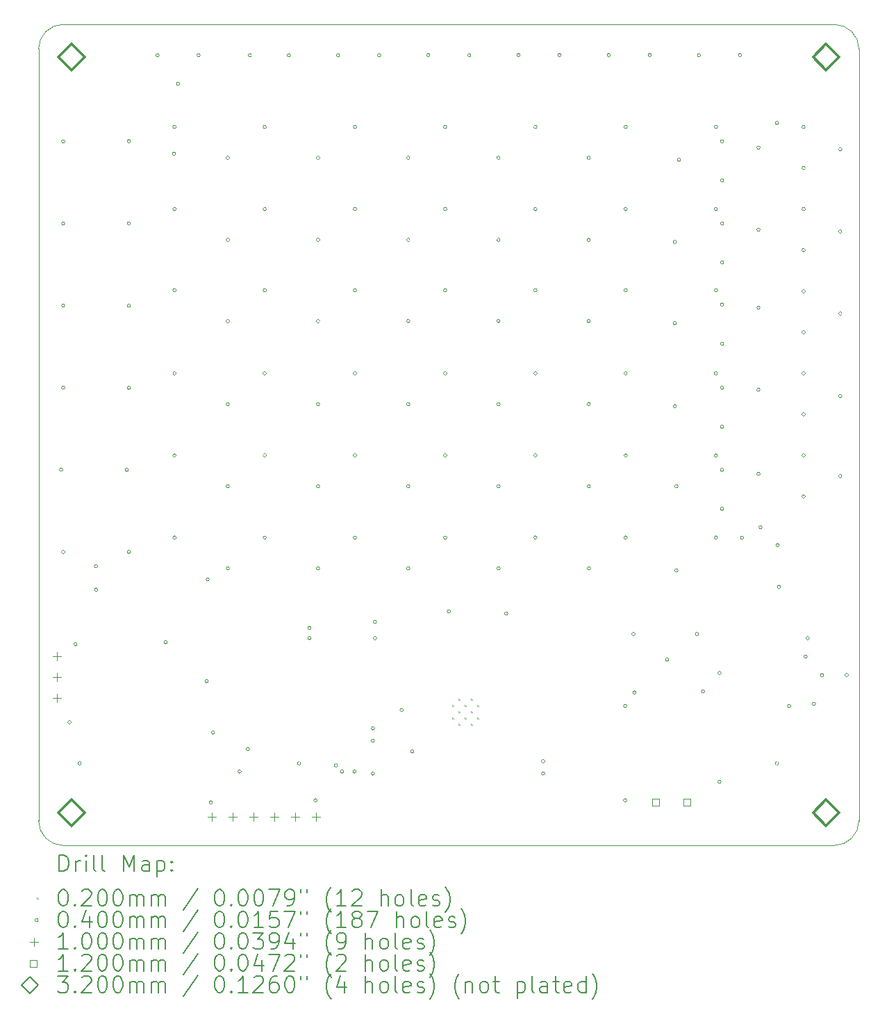
<source format=gbr>
%TF.GenerationSoftware,KiCad,Pcbnew,(6.0.8)*%
%TF.CreationDate,2022-12-10T17:31:50-08:00*%
%TF.ProjectId,EveryDayCalendarSingleMonth,45766572-7944-4617-9943-616c656e6461,rev?*%
%TF.SameCoordinates,Original*%
%TF.FileFunction,Drillmap*%
%TF.FilePolarity,Positive*%
%FSLAX45Y45*%
G04 Gerber Fmt 4.5, Leading zero omitted, Abs format (unit mm)*
G04 Created by KiCad (PCBNEW (6.0.8)) date 2022-12-10 17:31:50*
%MOMM*%
%LPD*%
G01*
G04 APERTURE LIST*
%ADD10C,0.100000*%
%ADD11C,0.200000*%
%ADD12C,0.020000*%
%ADD13C,0.040000*%
%ADD14C,0.120000*%
%ADD15C,0.320000*%
G04 APERTURE END LIST*
D10*
X14700000Y-14000000D02*
X5300000Y-14000000D01*
X15000000Y-13700000D02*
X15000000Y-4300000D01*
X14700000Y-14000000D02*
G75*
G03*
X15000000Y-13700000I0J300000D01*
G01*
X15000000Y-4300000D02*
G75*
G03*
X14700000Y-4000000I-300000J0D01*
G01*
X5000000Y-13700000D02*
G75*
G03*
X5300000Y-14000000I300000J0D01*
G01*
X5000000Y-4300000D02*
X5000000Y-13700000D01*
X5300000Y-4000000D02*
G75*
G03*
X5000000Y-4300000I0J-300000D01*
G01*
X5300000Y-4000000D02*
X14700000Y-4000000D01*
D11*
D12*
X10037500Y-12287500D02*
X10057500Y-12307500D01*
X10057500Y-12287500D02*
X10037500Y-12307500D01*
X10037500Y-12440000D02*
X10057500Y-12460000D01*
X10057500Y-12440000D02*
X10037500Y-12460000D01*
X10113750Y-12211250D02*
X10133750Y-12231250D01*
X10133750Y-12211250D02*
X10113750Y-12231250D01*
X10113750Y-12363750D02*
X10133750Y-12383750D01*
X10133750Y-12363750D02*
X10113750Y-12383750D01*
X10113750Y-12516250D02*
X10133750Y-12536250D01*
X10133750Y-12516250D02*
X10113750Y-12536250D01*
X10190000Y-12287500D02*
X10210000Y-12307500D01*
X10210000Y-12287500D02*
X10190000Y-12307500D01*
X10190000Y-12440000D02*
X10210000Y-12460000D01*
X10210000Y-12440000D02*
X10190000Y-12460000D01*
X10266250Y-12211250D02*
X10286250Y-12231250D01*
X10286250Y-12211250D02*
X10266250Y-12231250D01*
X10266250Y-12363750D02*
X10286250Y-12383750D01*
X10286250Y-12363750D02*
X10266250Y-12383750D01*
X10266250Y-12516250D02*
X10286250Y-12536250D01*
X10286250Y-12516250D02*
X10266250Y-12536250D01*
X10342500Y-12287500D02*
X10362500Y-12307500D01*
X10362500Y-12287500D02*
X10342500Y-12307500D01*
X10342500Y-12440000D02*
X10362500Y-12460000D01*
X10362500Y-12440000D02*
X10342500Y-12460000D01*
D13*
X5295000Y-9425000D02*
G75*
G03*
X5295000Y-9425000I-20000J0D01*
G01*
X5320000Y-5425000D02*
G75*
G03*
X5320000Y-5425000I-20000J0D01*
G01*
X5320000Y-6425000D02*
G75*
G03*
X5320000Y-6425000I-20000J0D01*
G01*
X5320000Y-7425000D02*
G75*
G03*
X5320000Y-7425000I-20000J0D01*
G01*
X5320000Y-8425000D02*
G75*
G03*
X5320000Y-8425000I-20000J0D01*
G01*
X5320000Y-10425000D02*
G75*
G03*
X5320000Y-10425000I-20000J0D01*
G01*
X5395000Y-12500000D02*
G75*
G03*
X5395000Y-12500000I-20000J0D01*
G01*
X5470000Y-11550000D02*
G75*
G03*
X5470000Y-11550000I-20000J0D01*
G01*
X5520000Y-13000000D02*
G75*
G03*
X5520000Y-13000000I-20000J0D01*
G01*
X5720000Y-10600000D02*
G75*
G03*
X5720000Y-10600000I-20000J0D01*
G01*
X5720000Y-10884370D02*
G75*
G03*
X5720000Y-10884370I-20000J0D01*
G01*
X6095000Y-9425000D02*
G75*
G03*
X6095000Y-9425000I-20000J0D01*
G01*
X6120000Y-5425000D02*
G75*
G03*
X6120000Y-5425000I-20000J0D01*
G01*
X6120000Y-6425000D02*
G75*
G03*
X6120000Y-6425000I-20000J0D01*
G01*
X6120000Y-7425000D02*
G75*
G03*
X6120000Y-7425000I-20000J0D01*
G01*
X6120000Y-8425000D02*
G75*
G03*
X6120000Y-8425000I-20000J0D01*
G01*
X6120000Y-10425000D02*
G75*
G03*
X6120000Y-10425000I-20000J0D01*
G01*
X6470000Y-4375000D02*
G75*
G03*
X6470000Y-4375000I-20000J0D01*
G01*
X6570000Y-11525000D02*
G75*
G03*
X6570000Y-11525000I-20000J0D01*
G01*
X6670000Y-5575000D02*
G75*
G03*
X6670000Y-5575000I-20000J0D01*
G01*
X6676250Y-5250000D02*
G75*
G03*
X6676250Y-5250000I-20000J0D01*
G01*
X6676250Y-6250000D02*
G75*
G03*
X6676250Y-6250000I-20000J0D01*
G01*
X6676250Y-7239000D02*
G75*
G03*
X6676250Y-7239000I-20000J0D01*
G01*
X6676250Y-8250000D02*
G75*
G03*
X6676250Y-8250000I-20000J0D01*
G01*
X6676250Y-9250000D02*
G75*
G03*
X6676250Y-9250000I-20000J0D01*
G01*
X6676250Y-10250000D02*
G75*
G03*
X6676250Y-10250000I-20000J0D01*
G01*
X6720000Y-4725000D02*
G75*
G03*
X6720000Y-4725000I-20000J0D01*
G01*
X6970000Y-4375000D02*
G75*
G03*
X6970000Y-4375000I-20000J0D01*
G01*
X7070000Y-12000000D02*
G75*
G03*
X7070000Y-12000000I-20000J0D01*
G01*
X7081000Y-10761000D02*
G75*
G03*
X7081000Y-10761000I-20000J0D01*
G01*
X7120000Y-13475000D02*
G75*
G03*
X7120000Y-13475000I-20000J0D01*
G01*
X7145000Y-12625000D02*
G75*
G03*
X7145000Y-12625000I-20000J0D01*
G01*
X7326250Y-5625000D02*
G75*
G03*
X7326250Y-5625000I-20000J0D01*
G01*
X7326250Y-6625000D02*
G75*
G03*
X7326250Y-6625000I-20000J0D01*
G01*
X7326250Y-7614000D02*
G75*
G03*
X7326250Y-7614000I-20000J0D01*
G01*
X7326250Y-8625000D02*
G75*
G03*
X7326250Y-8625000I-20000J0D01*
G01*
X7326250Y-9625000D02*
G75*
G03*
X7326250Y-9625000I-20000J0D01*
G01*
X7326250Y-10625000D02*
G75*
G03*
X7326250Y-10625000I-20000J0D01*
G01*
X7470000Y-13100000D02*
G75*
G03*
X7470000Y-13100000I-20000J0D01*
G01*
X7570000Y-12825000D02*
G75*
G03*
X7570000Y-12825000I-20000J0D01*
G01*
X7595000Y-4375000D02*
G75*
G03*
X7595000Y-4375000I-20000J0D01*
G01*
X7776250Y-5250000D02*
G75*
G03*
X7776250Y-5250000I-20000J0D01*
G01*
X7776250Y-6250000D02*
G75*
G03*
X7776250Y-6250000I-20000J0D01*
G01*
X7776250Y-7239000D02*
G75*
G03*
X7776250Y-7239000I-20000J0D01*
G01*
X7776250Y-8250000D02*
G75*
G03*
X7776250Y-8250000I-20000J0D01*
G01*
X7776250Y-9250000D02*
G75*
G03*
X7776250Y-9250000I-20000J0D01*
G01*
X7776250Y-10250000D02*
G75*
G03*
X7776250Y-10250000I-20000J0D01*
G01*
X8070000Y-4375000D02*
G75*
G03*
X8070000Y-4375000I-20000J0D01*
G01*
X8195000Y-13000000D02*
G75*
G03*
X8195000Y-13000000I-20000J0D01*
G01*
X8320000Y-11350000D02*
G75*
G03*
X8320000Y-11350000I-20000J0D01*
G01*
X8320000Y-11475000D02*
G75*
G03*
X8320000Y-11475000I-20000J0D01*
G01*
X8395000Y-13450000D02*
G75*
G03*
X8395000Y-13450000I-20000J0D01*
G01*
X8426250Y-5625000D02*
G75*
G03*
X8426250Y-5625000I-20000J0D01*
G01*
X8426250Y-6625000D02*
G75*
G03*
X8426250Y-6625000I-20000J0D01*
G01*
X8426250Y-7614000D02*
G75*
G03*
X8426250Y-7614000I-20000J0D01*
G01*
X8426250Y-8625000D02*
G75*
G03*
X8426250Y-8625000I-20000J0D01*
G01*
X8426250Y-9625000D02*
G75*
G03*
X8426250Y-9625000I-20000J0D01*
G01*
X8426250Y-10625000D02*
G75*
G03*
X8426250Y-10625000I-20000J0D01*
G01*
X8645000Y-13025000D02*
G75*
G03*
X8645000Y-13025000I-20000J0D01*
G01*
X8670000Y-4375000D02*
G75*
G03*
X8670000Y-4375000I-20000J0D01*
G01*
X8720000Y-13100000D02*
G75*
G03*
X8720000Y-13100000I-20000J0D01*
G01*
X8870000Y-13100000D02*
G75*
G03*
X8870000Y-13100000I-20000J0D01*
G01*
X8876250Y-5250000D02*
G75*
G03*
X8876250Y-5250000I-20000J0D01*
G01*
X8876250Y-6250000D02*
G75*
G03*
X8876250Y-6250000I-20000J0D01*
G01*
X8876250Y-7239000D02*
G75*
G03*
X8876250Y-7239000I-20000J0D01*
G01*
X8876250Y-8250000D02*
G75*
G03*
X8876250Y-8250000I-20000J0D01*
G01*
X8876250Y-9250000D02*
G75*
G03*
X8876250Y-9250000I-20000J0D01*
G01*
X8876250Y-10250000D02*
G75*
G03*
X8876250Y-10250000I-20000J0D01*
G01*
X9095000Y-12575000D02*
G75*
G03*
X9095000Y-12575000I-20000J0D01*
G01*
X9095000Y-12725000D02*
G75*
G03*
X9095000Y-12725000I-20000J0D01*
G01*
X9095000Y-13125000D02*
G75*
G03*
X9095000Y-13125000I-20000J0D01*
G01*
X9120000Y-11275000D02*
G75*
G03*
X9120000Y-11275000I-20000J0D01*
G01*
X9120000Y-11475000D02*
G75*
G03*
X9120000Y-11475000I-20000J0D01*
G01*
X9170000Y-4375000D02*
G75*
G03*
X9170000Y-4375000I-20000J0D01*
G01*
X9445000Y-12350000D02*
G75*
G03*
X9445000Y-12350000I-20000J0D01*
G01*
X9526250Y-5625000D02*
G75*
G03*
X9526250Y-5625000I-20000J0D01*
G01*
X9526250Y-6625000D02*
G75*
G03*
X9526250Y-6625000I-20000J0D01*
G01*
X9526250Y-7614000D02*
G75*
G03*
X9526250Y-7614000I-20000J0D01*
G01*
X9526250Y-8625000D02*
G75*
G03*
X9526250Y-8625000I-20000J0D01*
G01*
X9526250Y-9625000D02*
G75*
G03*
X9526250Y-9625000I-20000J0D01*
G01*
X9526250Y-10625000D02*
G75*
G03*
X9526250Y-10625000I-20000J0D01*
G01*
X9573750Y-12853750D02*
G75*
G03*
X9573750Y-12853750I-20000J0D01*
G01*
X9770000Y-4375000D02*
G75*
G03*
X9770000Y-4375000I-20000J0D01*
G01*
X9976250Y-5250000D02*
G75*
G03*
X9976250Y-5250000I-20000J0D01*
G01*
X9976250Y-6250000D02*
G75*
G03*
X9976250Y-6250000I-20000J0D01*
G01*
X9976250Y-7239000D02*
G75*
G03*
X9976250Y-7239000I-20000J0D01*
G01*
X9976250Y-8250000D02*
G75*
G03*
X9976250Y-8250000I-20000J0D01*
G01*
X9976250Y-9250000D02*
G75*
G03*
X9976250Y-9250000I-20000J0D01*
G01*
X9976250Y-10250000D02*
G75*
G03*
X9976250Y-10250000I-20000J0D01*
G01*
X10020000Y-11150000D02*
G75*
G03*
X10020000Y-11150000I-20000J0D01*
G01*
X10270000Y-4375000D02*
G75*
G03*
X10270000Y-4375000I-20000J0D01*
G01*
X10626250Y-5625000D02*
G75*
G03*
X10626250Y-5625000I-20000J0D01*
G01*
X10626250Y-6625000D02*
G75*
G03*
X10626250Y-6625000I-20000J0D01*
G01*
X10626250Y-7614000D02*
G75*
G03*
X10626250Y-7614000I-20000J0D01*
G01*
X10626250Y-8625000D02*
G75*
G03*
X10626250Y-8625000I-20000J0D01*
G01*
X10626250Y-9625000D02*
G75*
G03*
X10626250Y-9625000I-20000J0D01*
G01*
X10626250Y-10625000D02*
G75*
G03*
X10626250Y-10625000I-20000J0D01*
G01*
X10720000Y-11175000D02*
G75*
G03*
X10720000Y-11175000I-20000J0D01*
G01*
X10870000Y-4375000D02*
G75*
G03*
X10870000Y-4375000I-20000J0D01*
G01*
X11076250Y-5250000D02*
G75*
G03*
X11076250Y-5250000I-20000J0D01*
G01*
X11076250Y-6250000D02*
G75*
G03*
X11076250Y-6250000I-20000J0D01*
G01*
X11076250Y-7239000D02*
G75*
G03*
X11076250Y-7239000I-20000J0D01*
G01*
X11076250Y-8250000D02*
G75*
G03*
X11076250Y-8250000I-20000J0D01*
G01*
X11076250Y-9250000D02*
G75*
G03*
X11076250Y-9250000I-20000J0D01*
G01*
X11076250Y-10250000D02*
G75*
G03*
X11076250Y-10250000I-20000J0D01*
G01*
X11170000Y-12975000D02*
G75*
G03*
X11170000Y-12975000I-20000J0D01*
G01*
X11170000Y-13125000D02*
G75*
G03*
X11170000Y-13125000I-20000J0D01*
G01*
X11370000Y-4375000D02*
G75*
G03*
X11370000Y-4375000I-20000J0D01*
G01*
X11726250Y-5625000D02*
G75*
G03*
X11726250Y-5625000I-20000J0D01*
G01*
X11726250Y-6625000D02*
G75*
G03*
X11726250Y-6625000I-20000J0D01*
G01*
X11726250Y-7614000D02*
G75*
G03*
X11726250Y-7614000I-20000J0D01*
G01*
X11726250Y-8625000D02*
G75*
G03*
X11726250Y-8625000I-20000J0D01*
G01*
X11726250Y-9625000D02*
G75*
G03*
X11726250Y-9625000I-20000J0D01*
G01*
X11726250Y-10625000D02*
G75*
G03*
X11726250Y-10625000I-20000J0D01*
G01*
X11970000Y-4375000D02*
G75*
G03*
X11970000Y-4375000I-20000J0D01*
G01*
X12170000Y-12300000D02*
G75*
G03*
X12170000Y-12300000I-20000J0D01*
G01*
X12170000Y-13450000D02*
G75*
G03*
X12170000Y-13450000I-20000J0D01*
G01*
X12176250Y-5250000D02*
G75*
G03*
X12176250Y-5250000I-20000J0D01*
G01*
X12176250Y-6250000D02*
G75*
G03*
X12176250Y-6250000I-20000J0D01*
G01*
X12176250Y-7239000D02*
G75*
G03*
X12176250Y-7239000I-20000J0D01*
G01*
X12176250Y-8250000D02*
G75*
G03*
X12176250Y-8250000I-20000J0D01*
G01*
X12176250Y-9250000D02*
G75*
G03*
X12176250Y-9250000I-20000J0D01*
G01*
X12176250Y-10250000D02*
G75*
G03*
X12176250Y-10250000I-20000J0D01*
G01*
X12270000Y-11425000D02*
G75*
G03*
X12270000Y-11425000I-20000J0D01*
G01*
X12282500Y-12137500D02*
G75*
G03*
X12282500Y-12137500I-20000J0D01*
G01*
X12470000Y-4375000D02*
G75*
G03*
X12470000Y-4375000I-20000J0D01*
G01*
X12682500Y-11737500D02*
G75*
G03*
X12682500Y-11737500I-20000J0D01*
G01*
X12776250Y-6650000D02*
G75*
G03*
X12776250Y-6650000I-20000J0D01*
G01*
X12776250Y-7639000D02*
G75*
G03*
X12776250Y-7639000I-20000J0D01*
G01*
X12776250Y-8650000D02*
G75*
G03*
X12776250Y-8650000I-20000J0D01*
G01*
X12795000Y-9625000D02*
G75*
G03*
X12795000Y-9625000I-20000J0D01*
G01*
X12795000Y-10650000D02*
G75*
G03*
X12795000Y-10650000I-20000J0D01*
G01*
X12826250Y-5650000D02*
G75*
G03*
X12826250Y-5650000I-20000J0D01*
G01*
X13045000Y-11425000D02*
G75*
G03*
X13045000Y-11425000I-20000J0D01*
G01*
X13070000Y-4375000D02*
G75*
G03*
X13070000Y-4375000I-20000J0D01*
G01*
X13120000Y-12125000D02*
G75*
G03*
X13120000Y-12125000I-20000J0D01*
G01*
X13276250Y-5250000D02*
G75*
G03*
X13276250Y-5250000I-20000J0D01*
G01*
X13276250Y-6250000D02*
G75*
G03*
X13276250Y-6250000I-20000J0D01*
G01*
X13276250Y-7239000D02*
G75*
G03*
X13276250Y-7239000I-20000J0D01*
G01*
X13276250Y-8250000D02*
G75*
G03*
X13276250Y-8250000I-20000J0D01*
G01*
X13276250Y-9250000D02*
G75*
G03*
X13276250Y-9250000I-20000J0D01*
G01*
X13276250Y-10250000D02*
G75*
G03*
X13276250Y-10250000I-20000J0D01*
G01*
X13320000Y-11900000D02*
G75*
G03*
X13320000Y-11900000I-20000J0D01*
G01*
X13320000Y-13225750D02*
G75*
G03*
X13320000Y-13225750I-20000J0D01*
G01*
X13351250Y-5425000D02*
G75*
G03*
X13351250Y-5425000I-20000J0D01*
G01*
X13351250Y-5900000D02*
G75*
G03*
X13351250Y-5900000I-20000J0D01*
G01*
X13351250Y-6425000D02*
G75*
G03*
X13351250Y-6425000I-20000J0D01*
G01*
X13351250Y-6900000D02*
G75*
G03*
X13351250Y-6900000I-20000J0D01*
G01*
X13351250Y-7414000D02*
G75*
G03*
X13351250Y-7414000I-20000J0D01*
G01*
X13351250Y-7889000D02*
G75*
G03*
X13351250Y-7889000I-20000J0D01*
G01*
X13351250Y-8425000D02*
G75*
G03*
X13351250Y-8425000I-20000J0D01*
G01*
X13351250Y-8900000D02*
G75*
G03*
X13351250Y-8900000I-20000J0D01*
G01*
X13351250Y-9425000D02*
G75*
G03*
X13351250Y-9425000I-20000J0D01*
G01*
X13351250Y-9900000D02*
G75*
G03*
X13351250Y-9900000I-20000J0D01*
G01*
X13570000Y-4375000D02*
G75*
G03*
X13570000Y-4375000I-20000J0D01*
G01*
X13595000Y-10253700D02*
G75*
G03*
X13595000Y-10253700I-20000J0D01*
G01*
X13795000Y-5500000D02*
G75*
G03*
X13795000Y-5500000I-20000J0D01*
G01*
X13795000Y-6500000D02*
G75*
G03*
X13795000Y-6500000I-20000J0D01*
G01*
X13795000Y-7450000D02*
G75*
G03*
X13795000Y-7450000I-20000J0D01*
G01*
X13795000Y-8450000D02*
G75*
G03*
X13795000Y-8450000I-20000J0D01*
G01*
X13795000Y-9475000D02*
G75*
G03*
X13795000Y-9475000I-20000J0D01*
G01*
X13820000Y-10125000D02*
G75*
G03*
X13820000Y-10125000I-20000J0D01*
G01*
X14020000Y-5200000D02*
G75*
G03*
X14020000Y-5200000I-20000J0D01*
G01*
X14020000Y-13000000D02*
G75*
G03*
X14020000Y-13000000I-20000J0D01*
G01*
X14027500Y-10342500D02*
G75*
G03*
X14027500Y-10342500I-20000J0D01*
G01*
X14045000Y-10850000D02*
G75*
G03*
X14045000Y-10850000I-20000J0D01*
G01*
X14170000Y-12300000D02*
G75*
G03*
X14170000Y-12300000I-20000J0D01*
G01*
X14345000Y-5250000D02*
G75*
G03*
X14345000Y-5250000I-20000J0D01*
G01*
X14345000Y-5750000D02*
G75*
G03*
X14345000Y-5750000I-20000J0D01*
G01*
X14345000Y-6250000D02*
G75*
G03*
X14345000Y-6250000I-20000J0D01*
G01*
X14345000Y-6750000D02*
G75*
G03*
X14345000Y-6750000I-20000J0D01*
G01*
X14345000Y-7250000D02*
G75*
G03*
X14345000Y-7250000I-20000J0D01*
G01*
X14345000Y-7750000D02*
G75*
G03*
X14345000Y-7750000I-20000J0D01*
G01*
X14345000Y-8250000D02*
G75*
G03*
X14345000Y-8250000I-20000J0D01*
G01*
X14345000Y-8750000D02*
G75*
G03*
X14345000Y-8750000I-20000J0D01*
G01*
X14345000Y-9250000D02*
G75*
G03*
X14345000Y-9250000I-20000J0D01*
G01*
X14345000Y-9750000D02*
G75*
G03*
X14345000Y-9750000I-20000J0D01*
G01*
X14370000Y-11700000D02*
G75*
G03*
X14370000Y-11700000I-20000J0D01*
G01*
X14395000Y-11475000D02*
G75*
G03*
X14395000Y-11475000I-20000J0D01*
G01*
X14470000Y-12275000D02*
G75*
G03*
X14470000Y-12275000I-20000J0D01*
G01*
X14570000Y-11925000D02*
G75*
G03*
X14570000Y-11925000I-20000J0D01*
G01*
X14792500Y-5522500D02*
G75*
G03*
X14792500Y-5522500I-20000J0D01*
G01*
X14792500Y-6522500D02*
G75*
G03*
X14792500Y-6522500I-20000J0D01*
G01*
X14792500Y-7522500D02*
G75*
G03*
X14792500Y-7522500I-20000J0D01*
G01*
X14792500Y-8527500D02*
G75*
G03*
X14792500Y-8527500I-20000J0D01*
G01*
X14792500Y-9502500D02*
G75*
G03*
X14792500Y-9502500I-20000J0D01*
G01*
X14870000Y-11925000D02*
G75*
G03*
X14870000Y-11925000I-20000J0D01*
G01*
D10*
X5225000Y-11644500D02*
X5225000Y-11744500D01*
X5175000Y-11694500D02*
X5275000Y-11694500D01*
X5225000Y-11898500D02*
X5225000Y-11998500D01*
X5175000Y-11948500D02*
X5275000Y-11948500D01*
X5225000Y-12152500D02*
X5225000Y-12252500D01*
X5175000Y-12202500D02*
X5275000Y-12202500D01*
X7115000Y-13600000D02*
X7115000Y-13700000D01*
X7065000Y-13650000D02*
X7165000Y-13650000D01*
X7369000Y-13600000D02*
X7369000Y-13700000D01*
X7319000Y-13650000D02*
X7419000Y-13650000D01*
X7623000Y-13600000D02*
X7623000Y-13700000D01*
X7573000Y-13650000D02*
X7673000Y-13650000D01*
X7877000Y-13600000D02*
X7877000Y-13700000D01*
X7827000Y-13650000D02*
X7927000Y-13650000D01*
X8131000Y-13600000D02*
X8131000Y-13700000D01*
X8081000Y-13650000D02*
X8181000Y-13650000D01*
X8385000Y-13600000D02*
X8385000Y-13700000D01*
X8335000Y-13650000D02*
X8435000Y-13650000D01*
D14*
X12561427Y-13517427D02*
X12561427Y-13432573D01*
X12476573Y-13432573D01*
X12476573Y-13517427D01*
X12561427Y-13517427D01*
X12942427Y-13517427D02*
X12942427Y-13432573D01*
X12857573Y-13432573D01*
X12857573Y-13517427D01*
X12942427Y-13517427D01*
D15*
X5400000Y-4560000D02*
X5560000Y-4400000D01*
X5400000Y-4240000D01*
X5240000Y-4400000D01*
X5400000Y-4560000D01*
X5400000Y-13760000D02*
X5560000Y-13600000D01*
X5400000Y-13440000D01*
X5240000Y-13600000D01*
X5400000Y-13760000D01*
X14600000Y-4560000D02*
X14760000Y-4400000D01*
X14600000Y-4240000D01*
X14440000Y-4400000D01*
X14600000Y-4560000D01*
X14600000Y-13760000D02*
X14760000Y-13600000D01*
X14600000Y-13440000D01*
X14440000Y-13600000D01*
X14600000Y-13760000D01*
D11*
X5252619Y-14315476D02*
X5252619Y-14115476D01*
X5300238Y-14115476D01*
X5328810Y-14125000D01*
X5347857Y-14144048D01*
X5357381Y-14163095D01*
X5366905Y-14201190D01*
X5366905Y-14229762D01*
X5357381Y-14267857D01*
X5347857Y-14286905D01*
X5328810Y-14305952D01*
X5300238Y-14315476D01*
X5252619Y-14315476D01*
X5452619Y-14315476D02*
X5452619Y-14182143D01*
X5452619Y-14220238D02*
X5462143Y-14201190D01*
X5471667Y-14191667D01*
X5490714Y-14182143D01*
X5509762Y-14182143D01*
X5576429Y-14315476D02*
X5576429Y-14182143D01*
X5576429Y-14115476D02*
X5566905Y-14125000D01*
X5576429Y-14134524D01*
X5585952Y-14125000D01*
X5576429Y-14115476D01*
X5576429Y-14134524D01*
X5700238Y-14315476D02*
X5681190Y-14305952D01*
X5671667Y-14286905D01*
X5671667Y-14115476D01*
X5805000Y-14315476D02*
X5785952Y-14305952D01*
X5776428Y-14286905D01*
X5776428Y-14115476D01*
X6033571Y-14315476D02*
X6033571Y-14115476D01*
X6100238Y-14258333D01*
X6166905Y-14115476D01*
X6166905Y-14315476D01*
X6347857Y-14315476D02*
X6347857Y-14210714D01*
X6338333Y-14191667D01*
X6319286Y-14182143D01*
X6281190Y-14182143D01*
X6262143Y-14191667D01*
X6347857Y-14305952D02*
X6328809Y-14315476D01*
X6281190Y-14315476D01*
X6262143Y-14305952D01*
X6252619Y-14286905D01*
X6252619Y-14267857D01*
X6262143Y-14248809D01*
X6281190Y-14239286D01*
X6328809Y-14239286D01*
X6347857Y-14229762D01*
X6443095Y-14182143D02*
X6443095Y-14382143D01*
X6443095Y-14191667D02*
X6462143Y-14182143D01*
X6500238Y-14182143D01*
X6519286Y-14191667D01*
X6528809Y-14201190D01*
X6538333Y-14220238D01*
X6538333Y-14277381D01*
X6528809Y-14296428D01*
X6519286Y-14305952D01*
X6500238Y-14315476D01*
X6462143Y-14315476D01*
X6443095Y-14305952D01*
X6624048Y-14296428D02*
X6633571Y-14305952D01*
X6624048Y-14315476D01*
X6614524Y-14305952D01*
X6624048Y-14296428D01*
X6624048Y-14315476D01*
X6624048Y-14191667D02*
X6633571Y-14201190D01*
X6624048Y-14210714D01*
X6614524Y-14201190D01*
X6624048Y-14191667D01*
X6624048Y-14210714D01*
D12*
X4975000Y-14635000D02*
X4995000Y-14655000D01*
X4995000Y-14635000D02*
X4975000Y-14655000D01*
D11*
X5290714Y-14535476D02*
X5309762Y-14535476D01*
X5328810Y-14545000D01*
X5338333Y-14554524D01*
X5347857Y-14573571D01*
X5357381Y-14611667D01*
X5357381Y-14659286D01*
X5347857Y-14697381D01*
X5338333Y-14716428D01*
X5328810Y-14725952D01*
X5309762Y-14735476D01*
X5290714Y-14735476D01*
X5271667Y-14725952D01*
X5262143Y-14716428D01*
X5252619Y-14697381D01*
X5243095Y-14659286D01*
X5243095Y-14611667D01*
X5252619Y-14573571D01*
X5262143Y-14554524D01*
X5271667Y-14545000D01*
X5290714Y-14535476D01*
X5443095Y-14716428D02*
X5452619Y-14725952D01*
X5443095Y-14735476D01*
X5433571Y-14725952D01*
X5443095Y-14716428D01*
X5443095Y-14735476D01*
X5528810Y-14554524D02*
X5538333Y-14545000D01*
X5557381Y-14535476D01*
X5605000Y-14535476D01*
X5624048Y-14545000D01*
X5633571Y-14554524D01*
X5643095Y-14573571D01*
X5643095Y-14592619D01*
X5633571Y-14621190D01*
X5519286Y-14735476D01*
X5643095Y-14735476D01*
X5766905Y-14535476D02*
X5785952Y-14535476D01*
X5805000Y-14545000D01*
X5814524Y-14554524D01*
X5824048Y-14573571D01*
X5833571Y-14611667D01*
X5833571Y-14659286D01*
X5824048Y-14697381D01*
X5814524Y-14716428D01*
X5805000Y-14725952D01*
X5785952Y-14735476D01*
X5766905Y-14735476D01*
X5747857Y-14725952D01*
X5738333Y-14716428D01*
X5728809Y-14697381D01*
X5719286Y-14659286D01*
X5719286Y-14611667D01*
X5728809Y-14573571D01*
X5738333Y-14554524D01*
X5747857Y-14545000D01*
X5766905Y-14535476D01*
X5957381Y-14535476D02*
X5976428Y-14535476D01*
X5995476Y-14545000D01*
X6005000Y-14554524D01*
X6014524Y-14573571D01*
X6024048Y-14611667D01*
X6024048Y-14659286D01*
X6014524Y-14697381D01*
X6005000Y-14716428D01*
X5995476Y-14725952D01*
X5976428Y-14735476D01*
X5957381Y-14735476D01*
X5938333Y-14725952D01*
X5928809Y-14716428D01*
X5919286Y-14697381D01*
X5909762Y-14659286D01*
X5909762Y-14611667D01*
X5919286Y-14573571D01*
X5928809Y-14554524D01*
X5938333Y-14545000D01*
X5957381Y-14535476D01*
X6109762Y-14735476D02*
X6109762Y-14602143D01*
X6109762Y-14621190D02*
X6119286Y-14611667D01*
X6138333Y-14602143D01*
X6166905Y-14602143D01*
X6185952Y-14611667D01*
X6195476Y-14630714D01*
X6195476Y-14735476D01*
X6195476Y-14630714D02*
X6205000Y-14611667D01*
X6224048Y-14602143D01*
X6252619Y-14602143D01*
X6271667Y-14611667D01*
X6281190Y-14630714D01*
X6281190Y-14735476D01*
X6376428Y-14735476D02*
X6376428Y-14602143D01*
X6376428Y-14621190D02*
X6385952Y-14611667D01*
X6405000Y-14602143D01*
X6433571Y-14602143D01*
X6452619Y-14611667D01*
X6462143Y-14630714D01*
X6462143Y-14735476D01*
X6462143Y-14630714D02*
X6471667Y-14611667D01*
X6490714Y-14602143D01*
X6519286Y-14602143D01*
X6538333Y-14611667D01*
X6547857Y-14630714D01*
X6547857Y-14735476D01*
X6938333Y-14525952D02*
X6766905Y-14783095D01*
X7195476Y-14535476D02*
X7214524Y-14535476D01*
X7233571Y-14545000D01*
X7243095Y-14554524D01*
X7252619Y-14573571D01*
X7262143Y-14611667D01*
X7262143Y-14659286D01*
X7252619Y-14697381D01*
X7243095Y-14716428D01*
X7233571Y-14725952D01*
X7214524Y-14735476D01*
X7195476Y-14735476D01*
X7176428Y-14725952D01*
X7166905Y-14716428D01*
X7157381Y-14697381D01*
X7147857Y-14659286D01*
X7147857Y-14611667D01*
X7157381Y-14573571D01*
X7166905Y-14554524D01*
X7176428Y-14545000D01*
X7195476Y-14535476D01*
X7347857Y-14716428D02*
X7357381Y-14725952D01*
X7347857Y-14735476D01*
X7338333Y-14725952D01*
X7347857Y-14716428D01*
X7347857Y-14735476D01*
X7481190Y-14535476D02*
X7500238Y-14535476D01*
X7519286Y-14545000D01*
X7528809Y-14554524D01*
X7538333Y-14573571D01*
X7547857Y-14611667D01*
X7547857Y-14659286D01*
X7538333Y-14697381D01*
X7528809Y-14716428D01*
X7519286Y-14725952D01*
X7500238Y-14735476D01*
X7481190Y-14735476D01*
X7462143Y-14725952D01*
X7452619Y-14716428D01*
X7443095Y-14697381D01*
X7433571Y-14659286D01*
X7433571Y-14611667D01*
X7443095Y-14573571D01*
X7452619Y-14554524D01*
X7462143Y-14545000D01*
X7481190Y-14535476D01*
X7671667Y-14535476D02*
X7690714Y-14535476D01*
X7709762Y-14545000D01*
X7719286Y-14554524D01*
X7728809Y-14573571D01*
X7738333Y-14611667D01*
X7738333Y-14659286D01*
X7728809Y-14697381D01*
X7719286Y-14716428D01*
X7709762Y-14725952D01*
X7690714Y-14735476D01*
X7671667Y-14735476D01*
X7652619Y-14725952D01*
X7643095Y-14716428D01*
X7633571Y-14697381D01*
X7624048Y-14659286D01*
X7624048Y-14611667D01*
X7633571Y-14573571D01*
X7643095Y-14554524D01*
X7652619Y-14545000D01*
X7671667Y-14535476D01*
X7805000Y-14535476D02*
X7938333Y-14535476D01*
X7852619Y-14735476D01*
X8024048Y-14735476D02*
X8062143Y-14735476D01*
X8081190Y-14725952D01*
X8090714Y-14716428D01*
X8109762Y-14687857D01*
X8119286Y-14649762D01*
X8119286Y-14573571D01*
X8109762Y-14554524D01*
X8100238Y-14545000D01*
X8081190Y-14535476D01*
X8043095Y-14535476D01*
X8024048Y-14545000D01*
X8014524Y-14554524D01*
X8005000Y-14573571D01*
X8005000Y-14621190D01*
X8014524Y-14640238D01*
X8024048Y-14649762D01*
X8043095Y-14659286D01*
X8081190Y-14659286D01*
X8100238Y-14649762D01*
X8109762Y-14640238D01*
X8119286Y-14621190D01*
X8195476Y-14535476D02*
X8195476Y-14573571D01*
X8271667Y-14535476D02*
X8271667Y-14573571D01*
X8566905Y-14811667D02*
X8557381Y-14802143D01*
X8538333Y-14773571D01*
X8528810Y-14754524D01*
X8519286Y-14725952D01*
X8509762Y-14678333D01*
X8509762Y-14640238D01*
X8519286Y-14592619D01*
X8528810Y-14564048D01*
X8538333Y-14545000D01*
X8557381Y-14516428D01*
X8566905Y-14506905D01*
X8747857Y-14735476D02*
X8633571Y-14735476D01*
X8690714Y-14735476D02*
X8690714Y-14535476D01*
X8671667Y-14564048D01*
X8652619Y-14583095D01*
X8633571Y-14592619D01*
X8824048Y-14554524D02*
X8833571Y-14545000D01*
X8852619Y-14535476D01*
X8900238Y-14535476D01*
X8919286Y-14545000D01*
X8928810Y-14554524D01*
X8938333Y-14573571D01*
X8938333Y-14592619D01*
X8928810Y-14621190D01*
X8814524Y-14735476D01*
X8938333Y-14735476D01*
X9176429Y-14735476D02*
X9176429Y-14535476D01*
X9262143Y-14735476D02*
X9262143Y-14630714D01*
X9252619Y-14611667D01*
X9233571Y-14602143D01*
X9205000Y-14602143D01*
X9185952Y-14611667D01*
X9176429Y-14621190D01*
X9385952Y-14735476D02*
X9366905Y-14725952D01*
X9357381Y-14716428D01*
X9347857Y-14697381D01*
X9347857Y-14640238D01*
X9357381Y-14621190D01*
X9366905Y-14611667D01*
X9385952Y-14602143D01*
X9414524Y-14602143D01*
X9433571Y-14611667D01*
X9443095Y-14621190D01*
X9452619Y-14640238D01*
X9452619Y-14697381D01*
X9443095Y-14716428D01*
X9433571Y-14725952D01*
X9414524Y-14735476D01*
X9385952Y-14735476D01*
X9566905Y-14735476D02*
X9547857Y-14725952D01*
X9538333Y-14706905D01*
X9538333Y-14535476D01*
X9719286Y-14725952D02*
X9700238Y-14735476D01*
X9662143Y-14735476D01*
X9643095Y-14725952D01*
X9633571Y-14706905D01*
X9633571Y-14630714D01*
X9643095Y-14611667D01*
X9662143Y-14602143D01*
X9700238Y-14602143D01*
X9719286Y-14611667D01*
X9728810Y-14630714D01*
X9728810Y-14649762D01*
X9633571Y-14668809D01*
X9805000Y-14725952D02*
X9824048Y-14735476D01*
X9862143Y-14735476D01*
X9881190Y-14725952D01*
X9890714Y-14706905D01*
X9890714Y-14697381D01*
X9881190Y-14678333D01*
X9862143Y-14668809D01*
X9833571Y-14668809D01*
X9814524Y-14659286D01*
X9805000Y-14640238D01*
X9805000Y-14630714D01*
X9814524Y-14611667D01*
X9833571Y-14602143D01*
X9862143Y-14602143D01*
X9881190Y-14611667D01*
X9957381Y-14811667D02*
X9966905Y-14802143D01*
X9985952Y-14773571D01*
X9995476Y-14754524D01*
X10005000Y-14725952D01*
X10014524Y-14678333D01*
X10014524Y-14640238D01*
X10005000Y-14592619D01*
X9995476Y-14564048D01*
X9985952Y-14545000D01*
X9966905Y-14516428D01*
X9957381Y-14506905D01*
D13*
X4995000Y-14909000D02*
G75*
G03*
X4995000Y-14909000I-20000J0D01*
G01*
D11*
X5290714Y-14799476D02*
X5309762Y-14799476D01*
X5328810Y-14809000D01*
X5338333Y-14818524D01*
X5347857Y-14837571D01*
X5357381Y-14875667D01*
X5357381Y-14923286D01*
X5347857Y-14961381D01*
X5338333Y-14980428D01*
X5328810Y-14989952D01*
X5309762Y-14999476D01*
X5290714Y-14999476D01*
X5271667Y-14989952D01*
X5262143Y-14980428D01*
X5252619Y-14961381D01*
X5243095Y-14923286D01*
X5243095Y-14875667D01*
X5252619Y-14837571D01*
X5262143Y-14818524D01*
X5271667Y-14809000D01*
X5290714Y-14799476D01*
X5443095Y-14980428D02*
X5452619Y-14989952D01*
X5443095Y-14999476D01*
X5433571Y-14989952D01*
X5443095Y-14980428D01*
X5443095Y-14999476D01*
X5624048Y-14866143D02*
X5624048Y-14999476D01*
X5576429Y-14789952D02*
X5528810Y-14932809D01*
X5652619Y-14932809D01*
X5766905Y-14799476D02*
X5785952Y-14799476D01*
X5805000Y-14809000D01*
X5814524Y-14818524D01*
X5824048Y-14837571D01*
X5833571Y-14875667D01*
X5833571Y-14923286D01*
X5824048Y-14961381D01*
X5814524Y-14980428D01*
X5805000Y-14989952D01*
X5785952Y-14999476D01*
X5766905Y-14999476D01*
X5747857Y-14989952D01*
X5738333Y-14980428D01*
X5728809Y-14961381D01*
X5719286Y-14923286D01*
X5719286Y-14875667D01*
X5728809Y-14837571D01*
X5738333Y-14818524D01*
X5747857Y-14809000D01*
X5766905Y-14799476D01*
X5957381Y-14799476D02*
X5976428Y-14799476D01*
X5995476Y-14809000D01*
X6005000Y-14818524D01*
X6014524Y-14837571D01*
X6024048Y-14875667D01*
X6024048Y-14923286D01*
X6014524Y-14961381D01*
X6005000Y-14980428D01*
X5995476Y-14989952D01*
X5976428Y-14999476D01*
X5957381Y-14999476D01*
X5938333Y-14989952D01*
X5928809Y-14980428D01*
X5919286Y-14961381D01*
X5909762Y-14923286D01*
X5909762Y-14875667D01*
X5919286Y-14837571D01*
X5928809Y-14818524D01*
X5938333Y-14809000D01*
X5957381Y-14799476D01*
X6109762Y-14999476D02*
X6109762Y-14866143D01*
X6109762Y-14885190D02*
X6119286Y-14875667D01*
X6138333Y-14866143D01*
X6166905Y-14866143D01*
X6185952Y-14875667D01*
X6195476Y-14894714D01*
X6195476Y-14999476D01*
X6195476Y-14894714D02*
X6205000Y-14875667D01*
X6224048Y-14866143D01*
X6252619Y-14866143D01*
X6271667Y-14875667D01*
X6281190Y-14894714D01*
X6281190Y-14999476D01*
X6376428Y-14999476D02*
X6376428Y-14866143D01*
X6376428Y-14885190D02*
X6385952Y-14875667D01*
X6405000Y-14866143D01*
X6433571Y-14866143D01*
X6452619Y-14875667D01*
X6462143Y-14894714D01*
X6462143Y-14999476D01*
X6462143Y-14894714D02*
X6471667Y-14875667D01*
X6490714Y-14866143D01*
X6519286Y-14866143D01*
X6538333Y-14875667D01*
X6547857Y-14894714D01*
X6547857Y-14999476D01*
X6938333Y-14789952D02*
X6766905Y-15047095D01*
X7195476Y-14799476D02*
X7214524Y-14799476D01*
X7233571Y-14809000D01*
X7243095Y-14818524D01*
X7252619Y-14837571D01*
X7262143Y-14875667D01*
X7262143Y-14923286D01*
X7252619Y-14961381D01*
X7243095Y-14980428D01*
X7233571Y-14989952D01*
X7214524Y-14999476D01*
X7195476Y-14999476D01*
X7176428Y-14989952D01*
X7166905Y-14980428D01*
X7157381Y-14961381D01*
X7147857Y-14923286D01*
X7147857Y-14875667D01*
X7157381Y-14837571D01*
X7166905Y-14818524D01*
X7176428Y-14809000D01*
X7195476Y-14799476D01*
X7347857Y-14980428D02*
X7357381Y-14989952D01*
X7347857Y-14999476D01*
X7338333Y-14989952D01*
X7347857Y-14980428D01*
X7347857Y-14999476D01*
X7481190Y-14799476D02*
X7500238Y-14799476D01*
X7519286Y-14809000D01*
X7528809Y-14818524D01*
X7538333Y-14837571D01*
X7547857Y-14875667D01*
X7547857Y-14923286D01*
X7538333Y-14961381D01*
X7528809Y-14980428D01*
X7519286Y-14989952D01*
X7500238Y-14999476D01*
X7481190Y-14999476D01*
X7462143Y-14989952D01*
X7452619Y-14980428D01*
X7443095Y-14961381D01*
X7433571Y-14923286D01*
X7433571Y-14875667D01*
X7443095Y-14837571D01*
X7452619Y-14818524D01*
X7462143Y-14809000D01*
X7481190Y-14799476D01*
X7738333Y-14999476D02*
X7624048Y-14999476D01*
X7681190Y-14999476D02*
X7681190Y-14799476D01*
X7662143Y-14828048D01*
X7643095Y-14847095D01*
X7624048Y-14856619D01*
X7919286Y-14799476D02*
X7824048Y-14799476D01*
X7814524Y-14894714D01*
X7824048Y-14885190D01*
X7843095Y-14875667D01*
X7890714Y-14875667D01*
X7909762Y-14885190D01*
X7919286Y-14894714D01*
X7928809Y-14913762D01*
X7928809Y-14961381D01*
X7919286Y-14980428D01*
X7909762Y-14989952D01*
X7890714Y-14999476D01*
X7843095Y-14999476D01*
X7824048Y-14989952D01*
X7814524Y-14980428D01*
X7995476Y-14799476D02*
X8128809Y-14799476D01*
X8043095Y-14999476D01*
X8195476Y-14799476D02*
X8195476Y-14837571D01*
X8271667Y-14799476D02*
X8271667Y-14837571D01*
X8566905Y-15075667D02*
X8557381Y-15066143D01*
X8538333Y-15037571D01*
X8528810Y-15018524D01*
X8519286Y-14989952D01*
X8509762Y-14942333D01*
X8509762Y-14904238D01*
X8519286Y-14856619D01*
X8528810Y-14828048D01*
X8538333Y-14809000D01*
X8557381Y-14780428D01*
X8566905Y-14770905D01*
X8747857Y-14999476D02*
X8633571Y-14999476D01*
X8690714Y-14999476D02*
X8690714Y-14799476D01*
X8671667Y-14828048D01*
X8652619Y-14847095D01*
X8633571Y-14856619D01*
X8862143Y-14885190D02*
X8843095Y-14875667D01*
X8833571Y-14866143D01*
X8824048Y-14847095D01*
X8824048Y-14837571D01*
X8833571Y-14818524D01*
X8843095Y-14809000D01*
X8862143Y-14799476D01*
X8900238Y-14799476D01*
X8919286Y-14809000D01*
X8928810Y-14818524D01*
X8938333Y-14837571D01*
X8938333Y-14847095D01*
X8928810Y-14866143D01*
X8919286Y-14875667D01*
X8900238Y-14885190D01*
X8862143Y-14885190D01*
X8843095Y-14894714D01*
X8833571Y-14904238D01*
X8824048Y-14923286D01*
X8824048Y-14961381D01*
X8833571Y-14980428D01*
X8843095Y-14989952D01*
X8862143Y-14999476D01*
X8900238Y-14999476D01*
X8919286Y-14989952D01*
X8928810Y-14980428D01*
X8938333Y-14961381D01*
X8938333Y-14923286D01*
X8928810Y-14904238D01*
X8919286Y-14894714D01*
X8900238Y-14885190D01*
X9005000Y-14799476D02*
X9138333Y-14799476D01*
X9052619Y-14999476D01*
X9366905Y-14999476D02*
X9366905Y-14799476D01*
X9452619Y-14999476D02*
X9452619Y-14894714D01*
X9443095Y-14875667D01*
X9424048Y-14866143D01*
X9395476Y-14866143D01*
X9376429Y-14875667D01*
X9366905Y-14885190D01*
X9576429Y-14999476D02*
X9557381Y-14989952D01*
X9547857Y-14980428D01*
X9538333Y-14961381D01*
X9538333Y-14904238D01*
X9547857Y-14885190D01*
X9557381Y-14875667D01*
X9576429Y-14866143D01*
X9605000Y-14866143D01*
X9624048Y-14875667D01*
X9633571Y-14885190D01*
X9643095Y-14904238D01*
X9643095Y-14961381D01*
X9633571Y-14980428D01*
X9624048Y-14989952D01*
X9605000Y-14999476D01*
X9576429Y-14999476D01*
X9757381Y-14999476D02*
X9738333Y-14989952D01*
X9728810Y-14970905D01*
X9728810Y-14799476D01*
X9909762Y-14989952D02*
X9890714Y-14999476D01*
X9852619Y-14999476D01*
X9833571Y-14989952D01*
X9824048Y-14970905D01*
X9824048Y-14894714D01*
X9833571Y-14875667D01*
X9852619Y-14866143D01*
X9890714Y-14866143D01*
X9909762Y-14875667D01*
X9919286Y-14894714D01*
X9919286Y-14913762D01*
X9824048Y-14932809D01*
X9995476Y-14989952D02*
X10014524Y-14999476D01*
X10052619Y-14999476D01*
X10071667Y-14989952D01*
X10081190Y-14970905D01*
X10081190Y-14961381D01*
X10071667Y-14942333D01*
X10052619Y-14932809D01*
X10024048Y-14932809D01*
X10005000Y-14923286D01*
X9995476Y-14904238D01*
X9995476Y-14894714D01*
X10005000Y-14875667D01*
X10024048Y-14866143D01*
X10052619Y-14866143D01*
X10071667Y-14875667D01*
X10147857Y-15075667D02*
X10157381Y-15066143D01*
X10176429Y-15037571D01*
X10185952Y-15018524D01*
X10195476Y-14989952D01*
X10205000Y-14942333D01*
X10205000Y-14904238D01*
X10195476Y-14856619D01*
X10185952Y-14828048D01*
X10176429Y-14809000D01*
X10157381Y-14780428D01*
X10147857Y-14770905D01*
D10*
X4945000Y-15123000D02*
X4945000Y-15223000D01*
X4895000Y-15173000D02*
X4995000Y-15173000D01*
D11*
X5357381Y-15263476D02*
X5243095Y-15263476D01*
X5300238Y-15263476D02*
X5300238Y-15063476D01*
X5281190Y-15092048D01*
X5262143Y-15111095D01*
X5243095Y-15120619D01*
X5443095Y-15244428D02*
X5452619Y-15253952D01*
X5443095Y-15263476D01*
X5433571Y-15253952D01*
X5443095Y-15244428D01*
X5443095Y-15263476D01*
X5576429Y-15063476D02*
X5595476Y-15063476D01*
X5614524Y-15073000D01*
X5624048Y-15082524D01*
X5633571Y-15101571D01*
X5643095Y-15139667D01*
X5643095Y-15187286D01*
X5633571Y-15225381D01*
X5624048Y-15244428D01*
X5614524Y-15253952D01*
X5595476Y-15263476D01*
X5576429Y-15263476D01*
X5557381Y-15253952D01*
X5547857Y-15244428D01*
X5538333Y-15225381D01*
X5528810Y-15187286D01*
X5528810Y-15139667D01*
X5538333Y-15101571D01*
X5547857Y-15082524D01*
X5557381Y-15073000D01*
X5576429Y-15063476D01*
X5766905Y-15063476D02*
X5785952Y-15063476D01*
X5805000Y-15073000D01*
X5814524Y-15082524D01*
X5824048Y-15101571D01*
X5833571Y-15139667D01*
X5833571Y-15187286D01*
X5824048Y-15225381D01*
X5814524Y-15244428D01*
X5805000Y-15253952D01*
X5785952Y-15263476D01*
X5766905Y-15263476D01*
X5747857Y-15253952D01*
X5738333Y-15244428D01*
X5728809Y-15225381D01*
X5719286Y-15187286D01*
X5719286Y-15139667D01*
X5728809Y-15101571D01*
X5738333Y-15082524D01*
X5747857Y-15073000D01*
X5766905Y-15063476D01*
X5957381Y-15063476D02*
X5976428Y-15063476D01*
X5995476Y-15073000D01*
X6005000Y-15082524D01*
X6014524Y-15101571D01*
X6024048Y-15139667D01*
X6024048Y-15187286D01*
X6014524Y-15225381D01*
X6005000Y-15244428D01*
X5995476Y-15253952D01*
X5976428Y-15263476D01*
X5957381Y-15263476D01*
X5938333Y-15253952D01*
X5928809Y-15244428D01*
X5919286Y-15225381D01*
X5909762Y-15187286D01*
X5909762Y-15139667D01*
X5919286Y-15101571D01*
X5928809Y-15082524D01*
X5938333Y-15073000D01*
X5957381Y-15063476D01*
X6109762Y-15263476D02*
X6109762Y-15130143D01*
X6109762Y-15149190D02*
X6119286Y-15139667D01*
X6138333Y-15130143D01*
X6166905Y-15130143D01*
X6185952Y-15139667D01*
X6195476Y-15158714D01*
X6195476Y-15263476D01*
X6195476Y-15158714D02*
X6205000Y-15139667D01*
X6224048Y-15130143D01*
X6252619Y-15130143D01*
X6271667Y-15139667D01*
X6281190Y-15158714D01*
X6281190Y-15263476D01*
X6376428Y-15263476D02*
X6376428Y-15130143D01*
X6376428Y-15149190D02*
X6385952Y-15139667D01*
X6405000Y-15130143D01*
X6433571Y-15130143D01*
X6452619Y-15139667D01*
X6462143Y-15158714D01*
X6462143Y-15263476D01*
X6462143Y-15158714D02*
X6471667Y-15139667D01*
X6490714Y-15130143D01*
X6519286Y-15130143D01*
X6538333Y-15139667D01*
X6547857Y-15158714D01*
X6547857Y-15263476D01*
X6938333Y-15053952D02*
X6766905Y-15311095D01*
X7195476Y-15063476D02*
X7214524Y-15063476D01*
X7233571Y-15073000D01*
X7243095Y-15082524D01*
X7252619Y-15101571D01*
X7262143Y-15139667D01*
X7262143Y-15187286D01*
X7252619Y-15225381D01*
X7243095Y-15244428D01*
X7233571Y-15253952D01*
X7214524Y-15263476D01*
X7195476Y-15263476D01*
X7176428Y-15253952D01*
X7166905Y-15244428D01*
X7157381Y-15225381D01*
X7147857Y-15187286D01*
X7147857Y-15139667D01*
X7157381Y-15101571D01*
X7166905Y-15082524D01*
X7176428Y-15073000D01*
X7195476Y-15063476D01*
X7347857Y-15244428D02*
X7357381Y-15253952D01*
X7347857Y-15263476D01*
X7338333Y-15253952D01*
X7347857Y-15244428D01*
X7347857Y-15263476D01*
X7481190Y-15063476D02*
X7500238Y-15063476D01*
X7519286Y-15073000D01*
X7528809Y-15082524D01*
X7538333Y-15101571D01*
X7547857Y-15139667D01*
X7547857Y-15187286D01*
X7538333Y-15225381D01*
X7528809Y-15244428D01*
X7519286Y-15253952D01*
X7500238Y-15263476D01*
X7481190Y-15263476D01*
X7462143Y-15253952D01*
X7452619Y-15244428D01*
X7443095Y-15225381D01*
X7433571Y-15187286D01*
X7433571Y-15139667D01*
X7443095Y-15101571D01*
X7452619Y-15082524D01*
X7462143Y-15073000D01*
X7481190Y-15063476D01*
X7614524Y-15063476D02*
X7738333Y-15063476D01*
X7671667Y-15139667D01*
X7700238Y-15139667D01*
X7719286Y-15149190D01*
X7728809Y-15158714D01*
X7738333Y-15177762D01*
X7738333Y-15225381D01*
X7728809Y-15244428D01*
X7719286Y-15253952D01*
X7700238Y-15263476D01*
X7643095Y-15263476D01*
X7624048Y-15253952D01*
X7614524Y-15244428D01*
X7833571Y-15263476D02*
X7871667Y-15263476D01*
X7890714Y-15253952D01*
X7900238Y-15244428D01*
X7919286Y-15215857D01*
X7928809Y-15177762D01*
X7928809Y-15101571D01*
X7919286Y-15082524D01*
X7909762Y-15073000D01*
X7890714Y-15063476D01*
X7852619Y-15063476D01*
X7833571Y-15073000D01*
X7824048Y-15082524D01*
X7814524Y-15101571D01*
X7814524Y-15149190D01*
X7824048Y-15168238D01*
X7833571Y-15177762D01*
X7852619Y-15187286D01*
X7890714Y-15187286D01*
X7909762Y-15177762D01*
X7919286Y-15168238D01*
X7928809Y-15149190D01*
X8100238Y-15130143D02*
X8100238Y-15263476D01*
X8052619Y-15053952D02*
X8005000Y-15196809D01*
X8128809Y-15196809D01*
X8195476Y-15063476D02*
X8195476Y-15101571D01*
X8271667Y-15063476D02*
X8271667Y-15101571D01*
X8566905Y-15339667D02*
X8557381Y-15330143D01*
X8538333Y-15301571D01*
X8528810Y-15282524D01*
X8519286Y-15253952D01*
X8509762Y-15206333D01*
X8509762Y-15168238D01*
X8519286Y-15120619D01*
X8528810Y-15092048D01*
X8538333Y-15073000D01*
X8557381Y-15044428D01*
X8566905Y-15034905D01*
X8652619Y-15263476D02*
X8690714Y-15263476D01*
X8709762Y-15253952D01*
X8719286Y-15244428D01*
X8738333Y-15215857D01*
X8747857Y-15177762D01*
X8747857Y-15101571D01*
X8738333Y-15082524D01*
X8728810Y-15073000D01*
X8709762Y-15063476D01*
X8671667Y-15063476D01*
X8652619Y-15073000D01*
X8643095Y-15082524D01*
X8633571Y-15101571D01*
X8633571Y-15149190D01*
X8643095Y-15168238D01*
X8652619Y-15177762D01*
X8671667Y-15187286D01*
X8709762Y-15187286D01*
X8728810Y-15177762D01*
X8738333Y-15168238D01*
X8747857Y-15149190D01*
X8985952Y-15263476D02*
X8985952Y-15063476D01*
X9071667Y-15263476D02*
X9071667Y-15158714D01*
X9062143Y-15139667D01*
X9043095Y-15130143D01*
X9014524Y-15130143D01*
X8995476Y-15139667D01*
X8985952Y-15149190D01*
X9195476Y-15263476D02*
X9176429Y-15253952D01*
X9166905Y-15244428D01*
X9157381Y-15225381D01*
X9157381Y-15168238D01*
X9166905Y-15149190D01*
X9176429Y-15139667D01*
X9195476Y-15130143D01*
X9224048Y-15130143D01*
X9243095Y-15139667D01*
X9252619Y-15149190D01*
X9262143Y-15168238D01*
X9262143Y-15225381D01*
X9252619Y-15244428D01*
X9243095Y-15253952D01*
X9224048Y-15263476D01*
X9195476Y-15263476D01*
X9376429Y-15263476D02*
X9357381Y-15253952D01*
X9347857Y-15234905D01*
X9347857Y-15063476D01*
X9528810Y-15253952D02*
X9509762Y-15263476D01*
X9471667Y-15263476D01*
X9452619Y-15253952D01*
X9443095Y-15234905D01*
X9443095Y-15158714D01*
X9452619Y-15139667D01*
X9471667Y-15130143D01*
X9509762Y-15130143D01*
X9528810Y-15139667D01*
X9538333Y-15158714D01*
X9538333Y-15177762D01*
X9443095Y-15196809D01*
X9614524Y-15253952D02*
X9633571Y-15263476D01*
X9671667Y-15263476D01*
X9690714Y-15253952D01*
X9700238Y-15234905D01*
X9700238Y-15225381D01*
X9690714Y-15206333D01*
X9671667Y-15196809D01*
X9643095Y-15196809D01*
X9624048Y-15187286D01*
X9614524Y-15168238D01*
X9614524Y-15158714D01*
X9624048Y-15139667D01*
X9643095Y-15130143D01*
X9671667Y-15130143D01*
X9690714Y-15139667D01*
X9766905Y-15339667D02*
X9776429Y-15330143D01*
X9795476Y-15301571D01*
X9805000Y-15282524D01*
X9814524Y-15253952D01*
X9824048Y-15206333D01*
X9824048Y-15168238D01*
X9814524Y-15120619D01*
X9805000Y-15092048D01*
X9795476Y-15073000D01*
X9776429Y-15044428D01*
X9766905Y-15034905D01*
D14*
X4977427Y-15479427D02*
X4977427Y-15394573D01*
X4892573Y-15394573D01*
X4892573Y-15479427D01*
X4977427Y-15479427D01*
D11*
X5357381Y-15527476D02*
X5243095Y-15527476D01*
X5300238Y-15527476D02*
X5300238Y-15327476D01*
X5281190Y-15356048D01*
X5262143Y-15375095D01*
X5243095Y-15384619D01*
X5443095Y-15508428D02*
X5452619Y-15517952D01*
X5443095Y-15527476D01*
X5433571Y-15517952D01*
X5443095Y-15508428D01*
X5443095Y-15527476D01*
X5528810Y-15346524D02*
X5538333Y-15337000D01*
X5557381Y-15327476D01*
X5605000Y-15327476D01*
X5624048Y-15337000D01*
X5633571Y-15346524D01*
X5643095Y-15365571D01*
X5643095Y-15384619D01*
X5633571Y-15413190D01*
X5519286Y-15527476D01*
X5643095Y-15527476D01*
X5766905Y-15327476D02*
X5785952Y-15327476D01*
X5805000Y-15337000D01*
X5814524Y-15346524D01*
X5824048Y-15365571D01*
X5833571Y-15403667D01*
X5833571Y-15451286D01*
X5824048Y-15489381D01*
X5814524Y-15508428D01*
X5805000Y-15517952D01*
X5785952Y-15527476D01*
X5766905Y-15527476D01*
X5747857Y-15517952D01*
X5738333Y-15508428D01*
X5728809Y-15489381D01*
X5719286Y-15451286D01*
X5719286Y-15403667D01*
X5728809Y-15365571D01*
X5738333Y-15346524D01*
X5747857Y-15337000D01*
X5766905Y-15327476D01*
X5957381Y-15327476D02*
X5976428Y-15327476D01*
X5995476Y-15337000D01*
X6005000Y-15346524D01*
X6014524Y-15365571D01*
X6024048Y-15403667D01*
X6024048Y-15451286D01*
X6014524Y-15489381D01*
X6005000Y-15508428D01*
X5995476Y-15517952D01*
X5976428Y-15527476D01*
X5957381Y-15527476D01*
X5938333Y-15517952D01*
X5928809Y-15508428D01*
X5919286Y-15489381D01*
X5909762Y-15451286D01*
X5909762Y-15403667D01*
X5919286Y-15365571D01*
X5928809Y-15346524D01*
X5938333Y-15337000D01*
X5957381Y-15327476D01*
X6109762Y-15527476D02*
X6109762Y-15394143D01*
X6109762Y-15413190D02*
X6119286Y-15403667D01*
X6138333Y-15394143D01*
X6166905Y-15394143D01*
X6185952Y-15403667D01*
X6195476Y-15422714D01*
X6195476Y-15527476D01*
X6195476Y-15422714D02*
X6205000Y-15403667D01*
X6224048Y-15394143D01*
X6252619Y-15394143D01*
X6271667Y-15403667D01*
X6281190Y-15422714D01*
X6281190Y-15527476D01*
X6376428Y-15527476D02*
X6376428Y-15394143D01*
X6376428Y-15413190D02*
X6385952Y-15403667D01*
X6405000Y-15394143D01*
X6433571Y-15394143D01*
X6452619Y-15403667D01*
X6462143Y-15422714D01*
X6462143Y-15527476D01*
X6462143Y-15422714D02*
X6471667Y-15403667D01*
X6490714Y-15394143D01*
X6519286Y-15394143D01*
X6538333Y-15403667D01*
X6547857Y-15422714D01*
X6547857Y-15527476D01*
X6938333Y-15317952D02*
X6766905Y-15575095D01*
X7195476Y-15327476D02*
X7214524Y-15327476D01*
X7233571Y-15337000D01*
X7243095Y-15346524D01*
X7252619Y-15365571D01*
X7262143Y-15403667D01*
X7262143Y-15451286D01*
X7252619Y-15489381D01*
X7243095Y-15508428D01*
X7233571Y-15517952D01*
X7214524Y-15527476D01*
X7195476Y-15527476D01*
X7176428Y-15517952D01*
X7166905Y-15508428D01*
X7157381Y-15489381D01*
X7147857Y-15451286D01*
X7147857Y-15403667D01*
X7157381Y-15365571D01*
X7166905Y-15346524D01*
X7176428Y-15337000D01*
X7195476Y-15327476D01*
X7347857Y-15508428D02*
X7357381Y-15517952D01*
X7347857Y-15527476D01*
X7338333Y-15517952D01*
X7347857Y-15508428D01*
X7347857Y-15527476D01*
X7481190Y-15327476D02*
X7500238Y-15327476D01*
X7519286Y-15337000D01*
X7528809Y-15346524D01*
X7538333Y-15365571D01*
X7547857Y-15403667D01*
X7547857Y-15451286D01*
X7538333Y-15489381D01*
X7528809Y-15508428D01*
X7519286Y-15517952D01*
X7500238Y-15527476D01*
X7481190Y-15527476D01*
X7462143Y-15517952D01*
X7452619Y-15508428D01*
X7443095Y-15489381D01*
X7433571Y-15451286D01*
X7433571Y-15403667D01*
X7443095Y-15365571D01*
X7452619Y-15346524D01*
X7462143Y-15337000D01*
X7481190Y-15327476D01*
X7719286Y-15394143D02*
X7719286Y-15527476D01*
X7671667Y-15317952D02*
X7624048Y-15460809D01*
X7747857Y-15460809D01*
X7805000Y-15327476D02*
X7938333Y-15327476D01*
X7852619Y-15527476D01*
X8005000Y-15346524D02*
X8014524Y-15337000D01*
X8033571Y-15327476D01*
X8081190Y-15327476D01*
X8100238Y-15337000D01*
X8109762Y-15346524D01*
X8119286Y-15365571D01*
X8119286Y-15384619D01*
X8109762Y-15413190D01*
X7995476Y-15527476D01*
X8119286Y-15527476D01*
X8195476Y-15327476D02*
X8195476Y-15365571D01*
X8271667Y-15327476D02*
X8271667Y-15365571D01*
X8566905Y-15603667D02*
X8557381Y-15594143D01*
X8538333Y-15565571D01*
X8528810Y-15546524D01*
X8519286Y-15517952D01*
X8509762Y-15470333D01*
X8509762Y-15432238D01*
X8519286Y-15384619D01*
X8528810Y-15356048D01*
X8538333Y-15337000D01*
X8557381Y-15308428D01*
X8566905Y-15298905D01*
X8633571Y-15346524D02*
X8643095Y-15337000D01*
X8662143Y-15327476D01*
X8709762Y-15327476D01*
X8728810Y-15337000D01*
X8738333Y-15346524D01*
X8747857Y-15365571D01*
X8747857Y-15384619D01*
X8738333Y-15413190D01*
X8624048Y-15527476D01*
X8747857Y-15527476D01*
X8985952Y-15527476D02*
X8985952Y-15327476D01*
X9071667Y-15527476D02*
X9071667Y-15422714D01*
X9062143Y-15403667D01*
X9043095Y-15394143D01*
X9014524Y-15394143D01*
X8995476Y-15403667D01*
X8985952Y-15413190D01*
X9195476Y-15527476D02*
X9176429Y-15517952D01*
X9166905Y-15508428D01*
X9157381Y-15489381D01*
X9157381Y-15432238D01*
X9166905Y-15413190D01*
X9176429Y-15403667D01*
X9195476Y-15394143D01*
X9224048Y-15394143D01*
X9243095Y-15403667D01*
X9252619Y-15413190D01*
X9262143Y-15432238D01*
X9262143Y-15489381D01*
X9252619Y-15508428D01*
X9243095Y-15517952D01*
X9224048Y-15527476D01*
X9195476Y-15527476D01*
X9376429Y-15527476D02*
X9357381Y-15517952D01*
X9347857Y-15498905D01*
X9347857Y-15327476D01*
X9528810Y-15517952D02*
X9509762Y-15527476D01*
X9471667Y-15527476D01*
X9452619Y-15517952D01*
X9443095Y-15498905D01*
X9443095Y-15422714D01*
X9452619Y-15403667D01*
X9471667Y-15394143D01*
X9509762Y-15394143D01*
X9528810Y-15403667D01*
X9538333Y-15422714D01*
X9538333Y-15441762D01*
X9443095Y-15460809D01*
X9614524Y-15517952D02*
X9633571Y-15527476D01*
X9671667Y-15527476D01*
X9690714Y-15517952D01*
X9700238Y-15498905D01*
X9700238Y-15489381D01*
X9690714Y-15470333D01*
X9671667Y-15460809D01*
X9643095Y-15460809D01*
X9624048Y-15451286D01*
X9614524Y-15432238D01*
X9614524Y-15422714D01*
X9624048Y-15403667D01*
X9643095Y-15394143D01*
X9671667Y-15394143D01*
X9690714Y-15403667D01*
X9766905Y-15603667D02*
X9776429Y-15594143D01*
X9795476Y-15565571D01*
X9805000Y-15546524D01*
X9814524Y-15517952D01*
X9824048Y-15470333D01*
X9824048Y-15432238D01*
X9814524Y-15384619D01*
X9805000Y-15356048D01*
X9795476Y-15337000D01*
X9776429Y-15308428D01*
X9766905Y-15298905D01*
X4895000Y-15801000D02*
X4995000Y-15701000D01*
X4895000Y-15601000D01*
X4795000Y-15701000D01*
X4895000Y-15801000D01*
X5233571Y-15591476D02*
X5357381Y-15591476D01*
X5290714Y-15667667D01*
X5319286Y-15667667D01*
X5338333Y-15677190D01*
X5347857Y-15686714D01*
X5357381Y-15705762D01*
X5357381Y-15753381D01*
X5347857Y-15772428D01*
X5338333Y-15781952D01*
X5319286Y-15791476D01*
X5262143Y-15791476D01*
X5243095Y-15781952D01*
X5233571Y-15772428D01*
X5443095Y-15772428D02*
X5452619Y-15781952D01*
X5443095Y-15791476D01*
X5433571Y-15781952D01*
X5443095Y-15772428D01*
X5443095Y-15791476D01*
X5528810Y-15610524D02*
X5538333Y-15601000D01*
X5557381Y-15591476D01*
X5605000Y-15591476D01*
X5624048Y-15601000D01*
X5633571Y-15610524D01*
X5643095Y-15629571D01*
X5643095Y-15648619D01*
X5633571Y-15677190D01*
X5519286Y-15791476D01*
X5643095Y-15791476D01*
X5766905Y-15591476D02*
X5785952Y-15591476D01*
X5805000Y-15601000D01*
X5814524Y-15610524D01*
X5824048Y-15629571D01*
X5833571Y-15667667D01*
X5833571Y-15715286D01*
X5824048Y-15753381D01*
X5814524Y-15772428D01*
X5805000Y-15781952D01*
X5785952Y-15791476D01*
X5766905Y-15791476D01*
X5747857Y-15781952D01*
X5738333Y-15772428D01*
X5728809Y-15753381D01*
X5719286Y-15715286D01*
X5719286Y-15667667D01*
X5728809Y-15629571D01*
X5738333Y-15610524D01*
X5747857Y-15601000D01*
X5766905Y-15591476D01*
X5957381Y-15591476D02*
X5976428Y-15591476D01*
X5995476Y-15601000D01*
X6005000Y-15610524D01*
X6014524Y-15629571D01*
X6024048Y-15667667D01*
X6024048Y-15715286D01*
X6014524Y-15753381D01*
X6005000Y-15772428D01*
X5995476Y-15781952D01*
X5976428Y-15791476D01*
X5957381Y-15791476D01*
X5938333Y-15781952D01*
X5928809Y-15772428D01*
X5919286Y-15753381D01*
X5909762Y-15715286D01*
X5909762Y-15667667D01*
X5919286Y-15629571D01*
X5928809Y-15610524D01*
X5938333Y-15601000D01*
X5957381Y-15591476D01*
X6109762Y-15791476D02*
X6109762Y-15658143D01*
X6109762Y-15677190D02*
X6119286Y-15667667D01*
X6138333Y-15658143D01*
X6166905Y-15658143D01*
X6185952Y-15667667D01*
X6195476Y-15686714D01*
X6195476Y-15791476D01*
X6195476Y-15686714D02*
X6205000Y-15667667D01*
X6224048Y-15658143D01*
X6252619Y-15658143D01*
X6271667Y-15667667D01*
X6281190Y-15686714D01*
X6281190Y-15791476D01*
X6376428Y-15791476D02*
X6376428Y-15658143D01*
X6376428Y-15677190D02*
X6385952Y-15667667D01*
X6405000Y-15658143D01*
X6433571Y-15658143D01*
X6452619Y-15667667D01*
X6462143Y-15686714D01*
X6462143Y-15791476D01*
X6462143Y-15686714D02*
X6471667Y-15667667D01*
X6490714Y-15658143D01*
X6519286Y-15658143D01*
X6538333Y-15667667D01*
X6547857Y-15686714D01*
X6547857Y-15791476D01*
X6938333Y-15581952D02*
X6766905Y-15839095D01*
X7195476Y-15591476D02*
X7214524Y-15591476D01*
X7233571Y-15601000D01*
X7243095Y-15610524D01*
X7252619Y-15629571D01*
X7262143Y-15667667D01*
X7262143Y-15715286D01*
X7252619Y-15753381D01*
X7243095Y-15772428D01*
X7233571Y-15781952D01*
X7214524Y-15791476D01*
X7195476Y-15791476D01*
X7176428Y-15781952D01*
X7166905Y-15772428D01*
X7157381Y-15753381D01*
X7147857Y-15715286D01*
X7147857Y-15667667D01*
X7157381Y-15629571D01*
X7166905Y-15610524D01*
X7176428Y-15601000D01*
X7195476Y-15591476D01*
X7347857Y-15772428D02*
X7357381Y-15781952D01*
X7347857Y-15791476D01*
X7338333Y-15781952D01*
X7347857Y-15772428D01*
X7347857Y-15791476D01*
X7547857Y-15791476D02*
X7433571Y-15791476D01*
X7490714Y-15791476D02*
X7490714Y-15591476D01*
X7471667Y-15620048D01*
X7452619Y-15639095D01*
X7433571Y-15648619D01*
X7624048Y-15610524D02*
X7633571Y-15601000D01*
X7652619Y-15591476D01*
X7700238Y-15591476D01*
X7719286Y-15601000D01*
X7728809Y-15610524D01*
X7738333Y-15629571D01*
X7738333Y-15648619D01*
X7728809Y-15677190D01*
X7614524Y-15791476D01*
X7738333Y-15791476D01*
X7909762Y-15591476D02*
X7871667Y-15591476D01*
X7852619Y-15601000D01*
X7843095Y-15610524D01*
X7824048Y-15639095D01*
X7814524Y-15677190D01*
X7814524Y-15753381D01*
X7824048Y-15772428D01*
X7833571Y-15781952D01*
X7852619Y-15791476D01*
X7890714Y-15791476D01*
X7909762Y-15781952D01*
X7919286Y-15772428D01*
X7928809Y-15753381D01*
X7928809Y-15705762D01*
X7919286Y-15686714D01*
X7909762Y-15677190D01*
X7890714Y-15667667D01*
X7852619Y-15667667D01*
X7833571Y-15677190D01*
X7824048Y-15686714D01*
X7814524Y-15705762D01*
X8052619Y-15591476D02*
X8071667Y-15591476D01*
X8090714Y-15601000D01*
X8100238Y-15610524D01*
X8109762Y-15629571D01*
X8119286Y-15667667D01*
X8119286Y-15715286D01*
X8109762Y-15753381D01*
X8100238Y-15772428D01*
X8090714Y-15781952D01*
X8071667Y-15791476D01*
X8052619Y-15791476D01*
X8033571Y-15781952D01*
X8024048Y-15772428D01*
X8014524Y-15753381D01*
X8005000Y-15715286D01*
X8005000Y-15667667D01*
X8014524Y-15629571D01*
X8024048Y-15610524D01*
X8033571Y-15601000D01*
X8052619Y-15591476D01*
X8195476Y-15591476D02*
X8195476Y-15629571D01*
X8271667Y-15591476D02*
X8271667Y-15629571D01*
X8566905Y-15867667D02*
X8557381Y-15858143D01*
X8538333Y-15829571D01*
X8528810Y-15810524D01*
X8519286Y-15781952D01*
X8509762Y-15734333D01*
X8509762Y-15696238D01*
X8519286Y-15648619D01*
X8528810Y-15620048D01*
X8538333Y-15601000D01*
X8557381Y-15572428D01*
X8566905Y-15562905D01*
X8728810Y-15658143D02*
X8728810Y-15791476D01*
X8681190Y-15581952D02*
X8633571Y-15724809D01*
X8757381Y-15724809D01*
X8985952Y-15791476D02*
X8985952Y-15591476D01*
X9071667Y-15791476D02*
X9071667Y-15686714D01*
X9062143Y-15667667D01*
X9043095Y-15658143D01*
X9014524Y-15658143D01*
X8995476Y-15667667D01*
X8985952Y-15677190D01*
X9195476Y-15791476D02*
X9176429Y-15781952D01*
X9166905Y-15772428D01*
X9157381Y-15753381D01*
X9157381Y-15696238D01*
X9166905Y-15677190D01*
X9176429Y-15667667D01*
X9195476Y-15658143D01*
X9224048Y-15658143D01*
X9243095Y-15667667D01*
X9252619Y-15677190D01*
X9262143Y-15696238D01*
X9262143Y-15753381D01*
X9252619Y-15772428D01*
X9243095Y-15781952D01*
X9224048Y-15791476D01*
X9195476Y-15791476D01*
X9376429Y-15791476D02*
X9357381Y-15781952D01*
X9347857Y-15762905D01*
X9347857Y-15591476D01*
X9528810Y-15781952D02*
X9509762Y-15791476D01*
X9471667Y-15791476D01*
X9452619Y-15781952D01*
X9443095Y-15762905D01*
X9443095Y-15686714D01*
X9452619Y-15667667D01*
X9471667Y-15658143D01*
X9509762Y-15658143D01*
X9528810Y-15667667D01*
X9538333Y-15686714D01*
X9538333Y-15705762D01*
X9443095Y-15724809D01*
X9614524Y-15781952D02*
X9633571Y-15791476D01*
X9671667Y-15791476D01*
X9690714Y-15781952D01*
X9700238Y-15762905D01*
X9700238Y-15753381D01*
X9690714Y-15734333D01*
X9671667Y-15724809D01*
X9643095Y-15724809D01*
X9624048Y-15715286D01*
X9614524Y-15696238D01*
X9614524Y-15686714D01*
X9624048Y-15667667D01*
X9643095Y-15658143D01*
X9671667Y-15658143D01*
X9690714Y-15667667D01*
X9766905Y-15867667D02*
X9776429Y-15858143D01*
X9795476Y-15829571D01*
X9805000Y-15810524D01*
X9814524Y-15781952D01*
X9824048Y-15734333D01*
X9824048Y-15696238D01*
X9814524Y-15648619D01*
X9805000Y-15620048D01*
X9795476Y-15601000D01*
X9776429Y-15572428D01*
X9766905Y-15562905D01*
X10128810Y-15867667D02*
X10119286Y-15858143D01*
X10100238Y-15829571D01*
X10090714Y-15810524D01*
X10081190Y-15781952D01*
X10071667Y-15734333D01*
X10071667Y-15696238D01*
X10081190Y-15648619D01*
X10090714Y-15620048D01*
X10100238Y-15601000D01*
X10119286Y-15572428D01*
X10128810Y-15562905D01*
X10205000Y-15658143D02*
X10205000Y-15791476D01*
X10205000Y-15677190D02*
X10214524Y-15667667D01*
X10233571Y-15658143D01*
X10262143Y-15658143D01*
X10281190Y-15667667D01*
X10290714Y-15686714D01*
X10290714Y-15791476D01*
X10414524Y-15791476D02*
X10395476Y-15781952D01*
X10385952Y-15772428D01*
X10376429Y-15753381D01*
X10376429Y-15696238D01*
X10385952Y-15677190D01*
X10395476Y-15667667D01*
X10414524Y-15658143D01*
X10443095Y-15658143D01*
X10462143Y-15667667D01*
X10471667Y-15677190D01*
X10481190Y-15696238D01*
X10481190Y-15753381D01*
X10471667Y-15772428D01*
X10462143Y-15781952D01*
X10443095Y-15791476D01*
X10414524Y-15791476D01*
X10538333Y-15658143D02*
X10614524Y-15658143D01*
X10566905Y-15591476D02*
X10566905Y-15762905D01*
X10576429Y-15781952D01*
X10595476Y-15791476D01*
X10614524Y-15791476D01*
X10833571Y-15658143D02*
X10833571Y-15858143D01*
X10833571Y-15667667D02*
X10852619Y-15658143D01*
X10890714Y-15658143D01*
X10909762Y-15667667D01*
X10919286Y-15677190D01*
X10928810Y-15696238D01*
X10928810Y-15753381D01*
X10919286Y-15772428D01*
X10909762Y-15781952D01*
X10890714Y-15791476D01*
X10852619Y-15791476D01*
X10833571Y-15781952D01*
X11043095Y-15791476D02*
X11024048Y-15781952D01*
X11014524Y-15762905D01*
X11014524Y-15591476D01*
X11205000Y-15791476D02*
X11205000Y-15686714D01*
X11195476Y-15667667D01*
X11176429Y-15658143D01*
X11138333Y-15658143D01*
X11119286Y-15667667D01*
X11205000Y-15781952D02*
X11185952Y-15791476D01*
X11138333Y-15791476D01*
X11119286Y-15781952D01*
X11109762Y-15762905D01*
X11109762Y-15743857D01*
X11119286Y-15724809D01*
X11138333Y-15715286D01*
X11185952Y-15715286D01*
X11205000Y-15705762D01*
X11271667Y-15658143D02*
X11347857Y-15658143D01*
X11300238Y-15591476D02*
X11300238Y-15762905D01*
X11309762Y-15781952D01*
X11328809Y-15791476D01*
X11347857Y-15791476D01*
X11490714Y-15781952D02*
X11471667Y-15791476D01*
X11433571Y-15791476D01*
X11414524Y-15781952D01*
X11405000Y-15762905D01*
X11405000Y-15686714D01*
X11414524Y-15667667D01*
X11433571Y-15658143D01*
X11471667Y-15658143D01*
X11490714Y-15667667D01*
X11500238Y-15686714D01*
X11500238Y-15705762D01*
X11405000Y-15724809D01*
X11671667Y-15791476D02*
X11671667Y-15591476D01*
X11671667Y-15781952D02*
X11652619Y-15791476D01*
X11614524Y-15791476D01*
X11595476Y-15781952D01*
X11585952Y-15772428D01*
X11576428Y-15753381D01*
X11576428Y-15696238D01*
X11585952Y-15677190D01*
X11595476Y-15667667D01*
X11614524Y-15658143D01*
X11652619Y-15658143D01*
X11671667Y-15667667D01*
X11747857Y-15867667D02*
X11757381Y-15858143D01*
X11776428Y-15829571D01*
X11785952Y-15810524D01*
X11795476Y-15781952D01*
X11805000Y-15734333D01*
X11805000Y-15696238D01*
X11795476Y-15648619D01*
X11785952Y-15620048D01*
X11776428Y-15601000D01*
X11757381Y-15572428D01*
X11747857Y-15562905D01*
M02*

</source>
